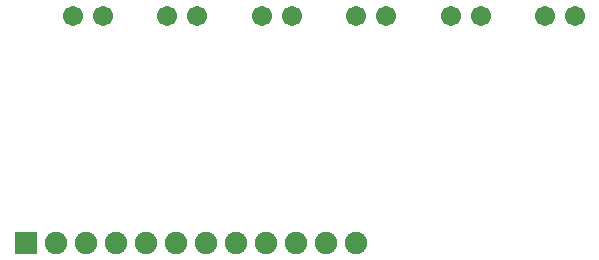
<source format=gbs>
G04*
G04 #@! TF.GenerationSoftware,Altium Limited,Altium Designer,18.0.12 (696)*
G04*
G04 Layer_Color=16711935*
%FSLAX25Y25*%
%MOIN*%
G70*
G01*
G75*
%ADD13C,0.07493*%
%ADD14R,0.07493X0.07493*%
%ADD15C,0.06706*%
D13*
X85327Y54366D02*
D03*
X95327D02*
D03*
X105327D02*
D03*
X115327D02*
D03*
X125327D02*
D03*
X135327D02*
D03*
X145327D02*
D03*
X155327D02*
D03*
X165327D02*
D03*
X175327D02*
D03*
X185327D02*
D03*
D14*
X75327D02*
D03*
D15*
X91020Y130000D02*
D03*
X101020D02*
D03*
X122516D02*
D03*
X154012D02*
D03*
X185508D02*
D03*
X217004D02*
D03*
X248500D02*
D03*
X132516D02*
D03*
X164012D02*
D03*
X195508D02*
D03*
X227004D02*
D03*
X258500D02*
D03*
M02*

</source>
